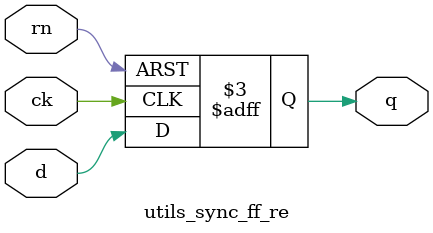
<source format=v>
`timescale 1ns/1ns

module utils_sync_ff_re #(
    parameter DEFAULT_VAL = 1'b0
  )(
    input      rn,
    input      ck,
    input      d,
    output reg q
  );

  always @(negedge rn or posedge ck)
  begin
    if (!rn) begin
      q <= DEFAULT_VAL;
    end
    else begin
      q <= d;
    end
  end

endmodule


</source>
